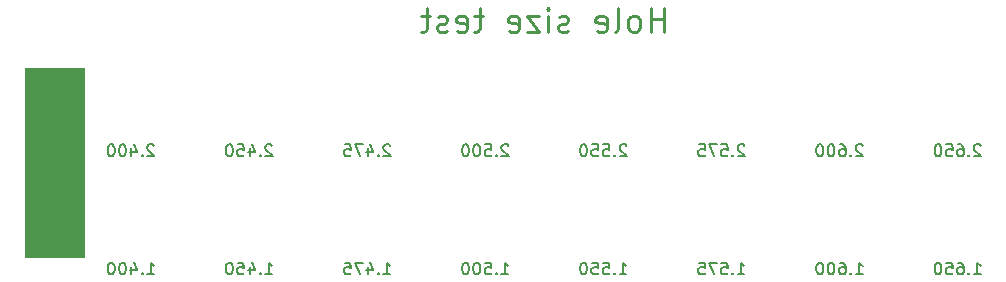
<source format=gbo>
G04 #@! TF.GenerationSoftware,KiCad,Pcbnew,5.1.9+dfsg1-1+deb11u1*
G04 #@! TF.CreationDate,2023-07-17T20:14:54+09:00*
G04 #@! TF.ProjectId,hole-size-test,686f6c65-2d73-4697-9a65-2d746573742e,rev?*
G04 #@! TF.SameCoordinates,Original*
G04 #@! TF.FileFunction,Legend,Bot*
G04 #@! TF.FilePolarity,Positive*
%FSLAX46Y46*%
G04 Gerber Fmt 4.6, Leading zero omitted, Abs format (unit mm)*
G04 Created by KiCad (PCBNEW 5.1.9+dfsg1-1+deb11u1) date 2023-07-17 20:14:54*
%MOMM*%
%LPD*%
G01*
G04 APERTURE LIST*
%ADD10C,0.150000*%
%ADD11C,0.250000*%
%ADD12C,0.100000*%
G04 APERTURE END LIST*
D10*
X101380952Y-95452380D02*
X101952380Y-95452380D01*
X101666666Y-95452380D02*
X101666666Y-94452380D01*
X101761904Y-94595238D01*
X101857142Y-94690476D01*
X101952380Y-94738095D01*
X100952380Y-95357142D02*
X100904761Y-95404761D01*
X100952380Y-95452380D01*
X101000000Y-95404761D01*
X100952380Y-95357142D01*
X100952380Y-95452380D01*
X100047619Y-94785714D02*
X100047619Y-95452380D01*
X100285714Y-94404761D02*
X100523809Y-95119047D01*
X99904761Y-95119047D01*
X99619047Y-94452380D02*
X98952380Y-94452380D01*
X99380952Y-95452380D01*
X98095238Y-94452380D02*
X98571428Y-94452380D01*
X98619047Y-94928571D01*
X98571428Y-94880952D01*
X98476190Y-94833333D01*
X98238095Y-94833333D01*
X98142857Y-94880952D01*
X98095238Y-94928571D01*
X98047619Y-95023809D01*
X98047619Y-95261904D01*
X98095238Y-95357142D01*
X98142857Y-95404761D01*
X98238095Y-95452380D01*
X98476190Y-95452380D01*
X98571428Y-95404761D01*
X98619047Y-95357142D01*
X91380952Y-95452380D02*
X91952380Y-95452380D01*
X91666666Y-95452380D02*
X91666666Y-94452380D01*
X91761904Y-94595238D01*
X91857142Y-94690476D01*
X91952380Y-94738095D01*
X90952380Y-95357142D02*
X90904761Y-95404761D01*
X90952380Y-95452380D01*
X91000000Y-95404761D01*
X90952380Y-95357142D01*
X90952380Y-95452380D01*
X90047619Y-94785714D02*
X90047619Y-95452380D01*
X90285714Y-94404761D02*
X90523809Y-95119047D01*
X89904761Y-95119047D01*
X89047619Y-94452380D02*
X89523809Y-94452380D01*
X89571428Y-94928571D01*
X89523809Y-94880952D01*
X89428571Y-94833333D01*
X89190476Y-94833333D01*
X89095238Y-94880952D01*
X89047619Y-94928571D01*
X89000000Y-95023809D01*
X89000000Y-95261904D01*
X89047619Y-95357142D01*
X89095238Y-95404761D01*
X89190476Y-95452380D01*
X89428571Y-95452380D01*
X89523809Y-95404761D01*
X89571428Y-95357142D01*
X88380952Y-94452380D02*
X88285714Y-94452380D01*
X88190476Y-94500000D01*
X88142857Y-94547619D01*
X88095238Y-94642857D01*
X88047619Y-94833333D01*
X88047619Y-95071428D01*
X88095238Y-95261904D01*
X88142857Y-95357142D01*
X88190476Y-95404761D01*
X88285714Y-95452380D01*
X88380952Y-95452380D01*
X88476190Y-95404761D01*
X88523809Y-95357142D01*
X88571428Y-95261904D01*
X88619047Y-95071428D01*
X88619047Y-94833333D01*
X88571428Y-94642857D01*
X88523809Y-94547619D01*
X88476190Y-94500000D01*
X88380952Y-94452380D01*
X81380952Y-95452380D02*
X81952380Y-95452380D01*
X81666666Y-95452380D02*
X81666666Y-94452380D01*
X81761904Y-94595238D01*
X81857142Y-94690476D01*
X81952380Y-94738095D01*
X80952380Y-95357142D02*
X80904761Y-95404761D01*
X80952380Y-95452380D01*
X81000000Y-95404761D01*
X80952380Y-95357142D01*
X80952380Y-95452380D01*
X80047619Y-94785714D02*
X80047619Y-95452380D01*
X80285714Y-94404761D02*
X80523809Y-95119047D01*
X79904761Y-95119047D01*
X79333333Y-94452380D02*
X79238095Y-94452380D01*
X79142857Y-94500000D01*
X79095238Y-94547619D01*
X79047619Y-94642857D01*
X79000000Y-94833333D01*
X79000000Y-95071428D01*
X79047619Y-95261904D01*
X79095238Y-95357142D01*
X79142857Y-95404761D01*
X79238095Y-95452380D01*
X79333333Y-95452380D01*
X79428571Y-95404761D01*
X79476190Y-95357142D01*
X79523809Y-95261904D01*
X79571428Y-95071428D01*
X79571428Y-94833333D01*
X79523809Y-94642857D01*
X79476190Y-94547619D01*
X79428571Y-94500000D01*
X79333333Y-94452380D01*
X78380952Y-94452380D02*
X78285714Y-94452380D01*
X78190476Y-94500000D01*
X78142857Y-94547619D01*
X78095238Y-94642857D01*
X78047619Y-94833333D01*
X78047619Y-95071428D01*
X78095238Y-95261904D01*
X78142857Y-95357142D01*
X78190476Y-95404761D01*
X78285714Y-95452380D01*
X78380952Y-95452380D01*
X78476190Y-95404761D01*
X78523809Y-95357142D01*
X78571428Y-95261904D01*
X78619047Y-95071428D01*
X78619047Y-94833333D01*
X78571428Y-94642857D01*
X78523809Y-94547619D01*
X78476190Y-94500000D01*
X78380952Y-94452380D01*
X141380952Y-95452380D02*
X141952380Y-95452380D01*
X141666666Y-95452380D02*
X141666666Y-94452380D01*
X141761904Y-94595238D01*
X141857142Y-94690476D01*
X141952380Y-94738095D01*
X140952380Y-95357142D02*
X140904761Y-95404761D01*
X140952380Y-95452380D01*
X141000000Y-95404761D01*
X140952380Y-95357142D01*
X140952380Y-95452380D01*
X140047619Y-94452380D02*
X140238095Y-94452380D01*
X140333333Y-94500000D01*
X140380952Y-94547619D01*
X140476190Y-94690476D01*
X140523809Y-94880952D01*
X140523809Y-95261904D01*
X140476190Y-95357142D01*
X140428571Y-95404761D01*
X140333333Y-95452380D01*
X140142857Y-95452380D01*
X140047619Y-95404761D01*
X140000000Y-95357142D01*
X139952380Y-95261904D01*
X139952380Y-95023809D01*
X140000000Y-94928571D01*
X140047619Y-94880952D01*
X140142857Y-94833333D01*
X140333333Y-94833333D01*
X140428571Y-94880952D01*
X140476190Y-94928571D01*
X140523809Y-95023809D01*
X139333333Y-94452380D02*
X139238095Y-94452380D01*
X139142857Y-94500000D01*
X139095238Y-94547619D01*
X139047619Y-94642857D01*
X139000000Y-94833333D01*
X139000000Y-95071428D01*
X139047619Y-95261904D01*
X139095238Y-95357142D01*
X139142857Y-95404761D01*
X139238095Y-95452380D01*
X139333333Y-95452380D01*
X139428571Y-95404761D01*
X139476190Y-95357142D01*
X139523809Y-95261904D01*
X139571428Y-95071428D01*
X139571428Y-94833333D01*
X139523809Y-94642857D01*
X139476190Y-94547619D01*
X139428571Y-94500000D01*
X139333333Y-94452380D01*
X138380952Y-94452380D02*
X138285714Y-94452380D01*
X138190476Y-94500000D01*
X138142857Y-94547619D01*
X138095238Y-94642857D01*
X138047619Y-94833333D01*
X138047619Y-95071428D01*
X138095238Y-95261904D01*
X138142857Y-95357142D01*
X138190476Y-95404761D01*
X138285714Y-95452380D01*
X138380952Y-95452380D01*
X138476190Y-95404761D01*
X138523809Y-95357142D01*
X138571428Y-95261904D01*
X138619047Y-95071428D01*
X138619047Y-94833333D01*
X138571428Y-94642857D01*
X138523809Y-94547619D01*
X138476190Y-94500000D01*
X138380952Y-94452380D01*
X131380952Y-95452380D02*
X131952380Y-95452380D01*
X131666666Y-95452380D02*
X131666666Y-94452380D01*
X131761904Y-94595238D01*
X131857142Y-94690476D01*
X131952380Y-94738095D01*
X130952380Y-95357142D02*
X130904761Y-95404761D01*
X130952380Y-95452380D01*
X131000000Y-95404761D01*
X130952380Y-95357142D01*
X130952380Y-95452380D01*
X130000000Y-94452380D02*
X130476190Y-94452380D01*
X130523809Y-94928571D01*
X130476190Y-94880952D01*
X130380952Y-94833333D01*
X130142857Y-94833333D01*
X130047619Y-94880952D01*
X130000000Y-94928571D01*
X129952380Y-95023809D01*
X129952380Y-95261904D01*
X130000000Y-95357142D01*
X130047619Y-95404761D01*
X130142857Y-95452380D01*
X130380952Y-95452380D01*
X130476190Y-95404761D01*
X130523809Y-95357142D01*
X129619047Y-94452380D02*
X128952380Y-94452380D01*
X129380952Y-95452380D01*
X128095238Y-94452380D02*
X128571428Y-94452380D01*
X128619047Y-94928571D01*
X128571428Y-94880952D01*
X128476190Y-94833333D01*
X128238095Y-94833333D01*
X128142857Y-94880952D01*
X128095238Y-94928571D01*
X128047619Y-95023809D01*
X128047619Y-95261904D01*
X128095238Y-95357142D01*
X128142857Y-95404761D01*
X128238095Y-95452380D01*
X128476190Y-95452380D01*
X128571428Y-95404761D01*
X128619047Y-95357142D01*
X121380952Y-95452380D02*
X121952380Y-95452380D01*
X121666666Y-95452380D02*
X121666666Y-94452380D01*
X121761904Y-94595238D01*
X121857142Y-94690476D01*
X121952380Y-94738095D01*
X120952380Y-95357142D02*
X120904761Y-95404761D01*
X120952380Y-95452380D01*
X121000000Y-95404761D01*
X120952380Y-95357142D01*
X120952380Y-95452380D01*
X120000000Y-94452380D02*
X120476190Y-94452380D01*
X120523809Y-94928571D01*
X120476190Y-94880952D01*
X120380952Y-94833333D01*
X120142857Y-94833333D01*
X120047619Y-94880952D01*
X120000000Y-94928571D01*
X119952380Y-95023809D01*
X119952380Y-95261904D01*
X120000000Y-95357142D01*
X120047619Y-95404761D01*
X120142857Y-95452380D01*
X120380952Y-95452380D01*
X120476190Y-95404761D01*
X120523809Y-95357142D01*
X119047619Y-94452380D02*
X119523809Y-94452380D01*
X119571428Y-94928571D01*
X119523809Y-94880952D01*
X119428571Y-94833333D01*
X119190476Y-94833333D01*
X119095238Y-94880952D01*
X119047619Y-94928571D01*
X119000000Y-95023809D01*
X119000000Y-95261904D01*
X119047619Y-95357142D01*
X119095238Y-95404761D01*
X119190476Y-95452380D01*
X119428571Y-95452380D01*
X119523809Y-95404761D01*
X119571428Y-95357142D01*
X118380952Y-94452380D02*
X118285714Y-94452380D01*
X118190476Y-94500000D01*
X118142857Y-94547619D01*
X118095238Y-94642857D01*
X118047619Y-94833333D01*
X118047619Y-95071428D01*
X118095238Y-95261904D01*
X118142857Y-95357142D01*
X118190476Y-95404761D01*
X118285714Y-95452380D01*
X118380952Y-95452380D01*
X118476190Y-95404761D01*
X118523809Y-95357142D01*
X118571428Y-95261904D01*
X118619047Y-95071428D01*
X118619047Y-94833333D01*
X118571428Y-94642857D01*
X118523809Y-94547619D01*
X118476190Y-94500000D01*
X118380952Y-94452380D01*
X111380952Y-95452380D02*
X111952380Y-95452380D01*
X111666666Y-95452380D02*
X111666666Y-94452380D01*
X111761904Y-94595238D01*
X111857142Y-94690476D01*
X111952380Y-94738095D01*
X110952380Y-95357142D02*
X110904761Y-95404761D01*
X110952380Y-95452380D01*
X111000000Y-95404761D01*
X110952380Y-95357142D01*
X110952380Y-95452380D01*
X110000000Y-94452380D02*
X110476190Y-94452380D01*
X110523809Y-94928571D01*
X110476190Y-94880952D01*
X110380952Y-94833333D01*
X110142857Y-94833333D01*
X110047619Y-94880952D01*
X110000000Y-94928571D01*
X109952380Y-95023809D01*
X109952380Y-95261904D01*
X110000000Y-95357142D01*
X110047619Y-95404761D01*
X110142857Y-95452380D01*
X110380952Y-95452380D01*
X110476190Y-95404761D01*
X110523809Y-95357142D01*
X109333333Y-94452380D02*
X109238095Y-94452380D01*
X109142857Y-94500000D01*
X109095238Y-94547619D01*
X109047619Y-94642857D01*
X109000000Y-94833333D01*
X109000000Y-95071428D01*
X109047619Y-95261904D01*
X109095238Y-95357142D01*
X109142857Y-95404761D01*
X109238095Y-95452380D01*
X109333333Y-95452380D01*
X109428571Y-95404761D01*
X109476190Y-95357142D01*
X109523809Y-95261904D01*
X109571428Y-95071428D01*
X109571428Y-94833333D01*
X109523809Y-94642857D01*
X109476190Y-94547619D01*
X109428571Y-94500000D01*
X109333333Y-94452380D01*
X108380952Y-94452380D02*
X108285714Y-94452380D01*
X108190476Y-94500000D01*
X108142857Y-94547619D01*
X108095238Y-94642857D01*
X108047619Y-94833333D01*
X108047619Y-95071428D01*
X108095238Y-95261904D01*
X108142857Y-95357142D01*
X108190476Y-95404761D01*
X108285714Y-95452380D01*
X108380952Y-95452380D01*
X108476190Y-95404761D01*
X108523809Y-95357142D01*
X108571428Y-95261904D01*
X108619047Y-95071428D01*
X108619047Y-94833333D01*
X108571428Y-94642857D01*
X108523809Y-94547619D01*
X108476190Y-94500000D01*
X108380952Y-94452380D01*
X141952380Y-84547619D02*
X141904761Y-84500000D01*
X141809523Y-84452380D01*
X141571428Y-84452380D01*
X141476190Y-84500000D01*
X141428571Y-84547619D01*
X141380952Y-84642857D01*
X141380952Y-84738095D01*
X141428571Y-84880952D01*
X142000000Y-85452380D01*
X141380952Y-85452380D01*
X140952380Y-85357142D02*
X140904761Y-85404761D01*
X140952380Y-85452380D01*
X141000000Y-85404761D01*
X140952380Y-85357142D01*
X140952380Y-85452380D01*
X140047619Y-84452380D02*
X140238095Y-84452380D01*
X140333333Y-84500000D01*
X140380952Y-84547619D01*
X140476190Y-84690476D01*
X140523809Y-84880952D01*
X140523809Y-85261904D01*
X140476190Y-85357142D01*
X140428571Y-85404761D01*
X140333333Y-85452380D01*
X140142857Y-85452380D01*
X140047619Y-85404761D01*
X140000000Y-85357142D01*
X139952380Y-85261904D01*
X139952380Y-85023809D01*
X140000000Y-84928571D01*
X140047619Y-84880952D01*
X140142857Y-84833333D01*
X140333333Y-84833333D01*
X140428571Y-84880952D01*
X140476190Y-84928571D01*
X140523809Y-85023809D01*
X139333333Y-84452380D02*
X139238095Y-84452380D01*
X139142857Y-84500000D01*
X139095238Y-84547619D01*
X139047619Y-84642857D01*
X139000000Y-84833333D01*
X139000000Y-85071428D01*
X139047619Y-85261904D01*
X139095238Y-85357142D01*
X139142857Y-85404761D01*
X139238095Y-85452380D01*
X139333333Y-85452380D01*
X139428571Y-85404761D01*
X139476190Y-85357142D01*
X139523809Y-85261904D01*
X139571428Y-85071428D01*
X139571428Y-84833333D01*
X139523809Y-84642857D01*
X139476190Y-84547619D01*
X139428571Y-84500000D01*
X139333333Y-84452380D01*
X138380952Y-84452380D02*
X138285714Y-84452380D01*
X138190476Y-84500000D01*
X138142857Y-84547619D01*
X138095238Y-84642857D01*
X138047619Y-84833333D01*
X138047619Y-85071428D01*
X138095238Y-85261904D01*
X138142857Y-85357142D01*
X138190476Y-85404761D01*
X138285714Y-85452380D01*
X138380952Y-85452380D01*
X138476190Y-85404761D01*
X138523809Y-85357142D01*
X138571428Y-85261904D01*
X138619047Y-85071428D01*
X138619047Y-84833333D01*
X138571428Y-84642857D01*
X138523809Y-84547619D01*
X138476190Y-84500000D01*
X138380952Y-84452380D01*
X131952380Y-84547619D02*
X131904761Y-84500000D01*
X131809523Y-84452380D01*
X131571428Y-84452380D01*
X131476190Y-84500000D01*
X131428571Y-84547619D01*
X131380952Y-84642857D01*
X131380952Y-84738095D01*
X131428571Y-84880952D01*
X132000000Y-85452380D01*
X131380952Y-85452380D01*
X130952380Y-85357142D02*
X130904761Y-85404761D01*
X130952380Y-85452380D01*
X131000000Y-85404761D01*
X130952380Y-85357142D01*
X130952380Y-85452380D01*
X130000000Y-84452380D02*
X130476190Y-84452380D01*
X130523809Y-84928571D01*
X130476190Y-84880952D01*
X130380952Y-84833333D01*
X130142857Y-84833333D01*
X130047619Y-84880952D01*
X130000000Y-84928571D01*
X129952380Y-85023809D01*
X129952380Y-85261904D01*
X130000000Y-85357142D01*
X130047619Y-85404761D01*
X130142857Y-85452380D01*
X130380952Y-85452380D01*
X130476190Y-85404761D01*
X130523809Y-85357142D01*
X129619047Y-84452380D02*
X128952380Y-84452380D01*
X129380952Y-85452380D01*
X128095238Y-84452380D02*
X128571428Y-84452380D01*
X128619047Y-84928571D01*
X128571428Y-84880952D01*
X128476190Y-84833333D01*
X128238095Y-84833333D01*
X128142857Y-84880952D01*
X128095238Y-84928571D01*
X128047619Y-85023809D01*
X128047619Y-85261904D01*
X128095238Y-85357142D01*
X128142857Y-85404761D01*
X128238095Y-85452380D01*
X128476190Y-85452380D01*
X128571428Y-85404761D01*
X128619047Y-85357142D01*
X121952380Y-84547619D02*
X121904761Y-84500000D01*
X121809523Y-84452380D01*
X121571428Y-84452380D01*
X121476190Y-84500000D01*
X121428571Y-84547619D01*
X121380952Y-84642857D01*
X121380952Y-84738095D01*
X121428571Y-84880952D01*
X122000000Y-85452380D01*
X121380952Y-85452380D01*
X120952380Y-85357142D02*
X120904761Y-85404761D01*
X120952380Y-85452380D01*
X121000000Y-85404761D01*
X120952380Y-85357142D01*
X120952380Y-85452380D01*
X120000000Y-84452380D02*
X120476190Y-84452380D01*
X120523809Y-84928571D01*
X120476190Y-84880952D01*
X120380952Y-84833333D01*
X120142857Y-84833333D01*
X120047619Y-84880952D01*
X120000000Y-84928571D01*
X119952380Y-85023809D01*
X119952380Y-85261904D01*
X120000000Y-85357142D01*
X120047619Y-85404761D01*
X120142857Y-85452380D01*
X120380952Y-85452380D01*
X120476190Y-85404761D01*
X120523809Y-85357142D01*
X119047619Y-84452380D02*
X119523809Y-84452380D01*
X119571428Y-84928571D01*
X119523809Y-84880952D01*
X119428571Y-84833333D01*
X119190476Y-84833333D01*
X119095238Y-84880952D01*
X119047619Y-84928571D01*
X119000000Y-85023809D01*
X119000000Y-85261904D01*
X119047619Y-85357142D01*
X119095238Y-85404761D01*
X119190476Y-85452380D01*
X119428571Y-85452380D01*
X119523809Y-85404761D01*
X119571428Y-85357142D01*
X118380952Y-84452380D02*
X118285714Y-84452380D01*
X118190476Y-84500000D01*
X118142857Y-84547619D01*
X118095238Y-84642857D01*
X118047619Y-84833333D01*
X118047619Y-85071428D01*
X118095238Y-85261904D01*
X118142857Y-85357142D01*
X118190476Y-85404761D01*
X118285714Y-85452380D01*
X118380952Y-85452380D01*
X118476190Y-85404761D01*
X118523809Y-85357142D01*
X118571428Y-85261904D01*
X118619047Y-85071428D01*
X118619047Y-84833333D01*
X118571428Y-84642857D01*
X118523809Y-84547619D01*
X118476190Y-84500000D01*
X118380952Y-84452380D01*
X111952380Y-84547619D02*
X111904761Y-84500000D01*
X111809523Y-84452380D01*
X111571428Y-84452380D01*
X111476190Y-84500000D01*
X111428571Y-84547619D01*
X111380952Y-84642857D01*
X111380952Y-84738095D01*
X111428571Y-84880952D01*
X112000000Y-85452380D01*
X111380952Y-85452380D01*
X110952380Y-85357142D02*
X110904761Y-85404761D01*
X110952380Y-85452380D01*
X111000000Y-85404761D01*
X110952380Y-85357142D01*
X110952380Y-85452380D01*
X110000000Y-84452380D02*
X110476190Y-84452380D01*
X110523809Y-84928571D01*
X110476190Y-84880952D01*
X110380952Y-84833333D01*
X110142857Y-84833333D01*
X110047619Y-84880952D01*
X110000000Y-84928571D01*
X109952380Y-85023809D01*
X109952380Y-85261904D01*
X110000000Y-85357142D01*
X110047619Y-85404761D01*
X110142857Y-85452380D01*
X110380952Y-85452380D01*
X110476190Y-85404761D01*
X110523809Y-85357142D01*
X109333333Y-84452380D02*
X109238095Y-84452380D01*
X109142857Y-84500000D01*
X109095238Y-84547619D01*
X109047619Y-84642857D01*
X109000000Y-84833333D01*
X109000000Y-85071428D01*
X109047619Y-85261904D01*
X109095238Y-85357142D01*
X109142857Y-85404761D01*
X109238095Y-85452380D01*
X109333333Y-85452380D01*
X109428571Y-85404761D01*
X109476190Y-85357142D01*
X109523809Y-85261904D01*
X109571428Y-85071428D01*
X109571428Y-84833333D01*
X109523809Y-84642857D01*
X109476190Y-84547619D01*
X109428571Y-84500000D01*
X109333333Y-84452380D01*
X108380952Y-84452380D02*
X108285714Y-84452380D01*
X108190476Y-84500000D01*
X108142857Y-84547619D01*
X108095238Y-84642857D01*
X108047619Y-84833333D01*
X108047619Y-85071428D01*
X108095238Y-85261904D01*
X108142857Y-85357142D01*
X108190476Y-85404761D01*
X108285714Y-85452380D01*
X108380952Y-85452380D01*
X108476190Y-85404761D01*
X108523809Y-85357142D01*
X108571428Y-85261904D01*
X108619047Y-85071428D01*
X108619047Y-84833333D01*
X108571428Y-84642857D01*
X108523809Y-84547619D01*
X108476190Y-84500000D01*
X108380952Y-84452380D01*
X101952380Y-84547619D02*
X101904761Y-84500000D01*
X101809523Y-84452380D01*
X101571428Y-84452380D01*
X101476190Y-84500000D01*
X101428571Y-84547619D01*
X101380952Y-84642857D01*
X101380952Y-84738095D01*
X101428571Y-84880952D01*
X102000000Y-85452380D01*
X101380952Y-85452380D01*
X100952380Y-85357142D02*
X100904761Y-85404761D01*
X100952380Y-85452380D01*
X101000000Y-85404761D01*
X100952380Y-85357142D01*
X100952380Y-85452380D01*
X100047619Y-84785714D02*
X100047619Y-85452380D01*
X100285714Y-84404761D02*
X100523809Y-85119047D01*
X99904761Y-85119047D01*
X99619047Y-84452380D02*
X98952380Y-84452380D01*
X99380952Y-85452380D01*
X98095238Y-84452380D02*
X98571428Y-84452380D01*
X98619047Y-84928571D01*
X98571428Y-84880952D01*
X98476190Y-84833333D01*
X98238095Y-84833333D01*
X98142857Y-84880952D01*
X98095238Y-84928571D01*
X98047619Y-85023809D01*
X98047619Y-85261904D01*
X98095238Y-85357142D01*
X98142857Y-85404761D01*
X98238095Y-85452380D01*
X98476190Y-85452380D01*
X98571428Y-85404761D01*
X98619047Y-85357142D01*
X91952380Y-84547619D02*
X91904761Y-84500000D01*
X91809523Y-84452380D01*
X91571428Y-84452380D01*
X91476190Y-84500000D01*
X91428571Y-84547619D01*
X91380952Y-84642857D01*
X91380952Y-84738095D01*
X91428571Y-84880952D01*
X92000000Y-85452380D01*
X91380952Y-85452380D01*
X90952380Y-85357142D02*
X90904761Y-85404761D01*
X90952380Y-85452380D01*
X91000000Y-85404761D01*
X90952380Y-85357142D01*
X90952380Y-85452380D01*
X90047619Y-84785714D02*
X90047619Y-85452380D01*
X90285714Y-84404761D02*
X90523809Y-85119047D01*
X89904761Y-85119047D01*
X89047619Y-84452380D02*
X89523809Y-84452380D01*
X89571428Y-84928571D01*
X89523809Y-84880952D01*
X89428571Y-84833333D01*
X89190476Y-84833333D01*
X89095238Y-84880952D01*
X89047619Y-84928571D01*
X89000000Y-85023809D01*
X89000000Y-85261904D01*
X89047619Y-85357142D01*
X89095238Y-85404761D01*
X89190476Y-85452380D01*
X89428571Y-85452380D01*
X89523809Y-85404761D01*
X89571428Y-85357142D01*
X88380952Y-84452380D02*
X88285714Y-84452380D01*
X88190476Y-84500000D01*
X88142857Y-84547619D01*
X88095238Y-84642857D01*
X88047619Y-84833333D01*
X88047619Y-85071428D01*
X88095238Y-85261904D01*
X88142857Y-85357142D01*
X88190476Y-85404761D01*
X88285714Y-85452380D01*
X88380952Y-85452380D01*
X88476190Y-85404761D01*
X88523809Y-85357142D01*
X88571428Y-85261904D01*
X88619047Y-85071428D01*
X88619047Y-84833333D01*
X88571428Y-84642857D01*
X88523809Y-84547619D01*
X88476190Y-84500000D01*
X88380952Y-84452380D01*
X81952380Y-84547619D02*
X81904761Y-84500000D01*
X81809523Y-84452380D01*
X81571428Y-84452380D01*
X81476190Y-84500000D01*
X81428571Y-84547619D01*
X81380952Y-84642857D01*
X81380952Y-84738095D01*
X81428571Y-84880952D01*
X82000000Y-85452380D01*
X81380952Y-85452380D01*
X80952380Y-85357142D02*
X80904761Y-85404761D01*
X80952380Y-85452380D01*
X81000000Y-85404761D01*
X80952380Y-85357142D01*
X80952380Y-85452380D01*
X80047619Y-84785714D02*
X80047619Y-85452380D01*
X80285714Y-84404761D02*
X80523809Y-85119047D01*
X79904761Y-85119047D01*
X79333333Y-84452380D02*
X79238095Y-84452380D01*
X79142857Y-84500000D01*
X79095238Y-84547619D01*
X79047619Y-84642857D01*
X79000000Y-84833333D01*
X79000000Y-85071428D01*
X79047619Y-85261904D01*
X79095238Y-85357142D01*
X79142857Y-85404761D01*
X79238095Y-85452380D01*
X79333333Y-85452380D01*
X79428571Y-85404761D01*
X79476190Y-85357142D01*
X79523809Y-85261904D01*
X79571428Y-85071428D01*
X79571428Y-84833333D01*
X79523809Y-84642857D01*
X79476190Y-84547619D01*
X79428571Y-84500000D01*
X79333333Y-84452380D01*
X78380952Y-84452380D02*
X78285714Y-84452380D01*
X78190476Y-84500000D01*
X78142857Y-84547619D01*
X78095238Y-84642857D01*
X78047619Y-84833333D01*
X78047619Y-85071428D01*
X78095238Y-85261904D01*
X78142857Y-85357142D01*
X78190476Y-85404761D01*
X78285714Y-85452380D01*
X78380952Y-85452380D01*
X78476190Y-85404761D01*
X78523809Y-85357142D01*
X78571428Y-85261904D01*
X78619047Y-85071428D01*
X78619047Y-84833333D01*
X78571428Y-84642857D01*
X78523809Y-84547619D01*
X78476190Y-84500000D01*
X78380952Y-84452380D01*
X151380952Y-95452380D02*
X151952380Y-95452380D01*
X151666666Y-95452380D02*
X151666666Y-94452380D01*
X151761904Y-94595238D01*
X151857142Y-94690476D01*
X151952380Y-94738095D01*
X150952380Y-95357142D02*
X150904761Y-95404761D01*
X150952380Y-95452380D01*
X151000000Y-95404761D01*
X150952380Y-95357142D01*
X150952380Y-95452380D01*
X150047619Y-94452380D02*
X150238095Y-94452380D01*
X150333333Y-94500000D01*
X150380952Y-94547619D01*
X150476190Y-94690476D01*
X150523809Y-94880952D01*
X150523809Y-95261904D01*
X150476190Y-95357142D01*
X150428571Y-95404761D01*
X150333333Y-95452380D01*
X150142857Y-95452380D01*
X150047619Y-95404761D01*
X150000000Y-95357142D01*
X149952380Y-95261904D01*
X149952380Y-95023809D01*
X150000000Y-94928571D01*
X150047619Y-94880952D01*
X150142857Y-94833333D01*
X150333333Y-94833333D01*
X150428571Y-94880952D01*
X150476190Y-94928571D01*
X150523809Y-95023809D01*
X149047619Y-94452380D02*
X149523809Y-94452380D01*
X149571428Y-94928571D01*
X149523809Y-94880952D01*
X149428571Y-94833333D01*
X149190476Y-94833333D01*
X149095238Y-94880952D01*
X149047619Y-94928571D01*
X149000000Y-95023809D01*
X149000000Y-95261904D01*
X149047619Y-95357142D01*
X149095238Y-95404761D01*
X149190476Y-95452380D01*
X149428571Y-95452380D01*
X149523809Y-95404761D01*
X149571428Y-95357142D01*
X148380952Y-94452380D02*
X148285714Y-94452380D01*
X148190476Y-94500000D01*
X148142857Y-94547619D01*
X148095238Y-94642857D01*
X148047619Y-94833333D01*
X148047619Y-95071428D01*
X148095238Y-95261904D01*
X148142857Y-95357142D01*
X148190476Y-95404761D01*
X148285714Y-95452380D01*
X148380952Y-95452380D01*
X148476190Y-95404761D01*
X148523809Y-95357142D01*
X148571428Y-95261904D01*
X148619047Y-95071428D01*
X148619047Y-94833333D01*
X148571428Y-94642857D01*
X148523809Y-94547619D01*
X148476190Y-94500000D01*
X148380952Y-94452380D01*
D11*
X125142857Y-74904761D02*
X125142857Y-72904761D01*
X125142857Y-73857142D02*
X124000000Y-73857142D01*
X124000000Y-74904761D02*
X124000000Y-72904761D01*
X122761904Y-74904761D02*
X122952380Y-74809523D01*
X123047619Y-74714285D01*
X123142857Y-74523809D01*
X123142857Y-73952380D01*
X123047619Y-73761904D01*
X122952380Y-73666666D01*
X122761904Y-73571428D01*
X122476190Y-73571428D01*
X122285714Y-73666666D01*
X122190476Y-73761904D01*
X122095238Y-73952380D01*
X122095238Y-74523809D01*
X122190476Y-74714285D01*
X122285714Y-74809523D01*
X122476190Y-74904761D01*
X122761904Y-74904761D01*
X120952380Y-74904761D02*
X121142857Y-74809523D01*
X121238095Y-74619047D01*
X121238095Y-72904761D01*
X119428571Y-74809523D02*
X119619047Y-74904761D01*
X120000000Y-74904761D01*
X120190476Y-74809523D01*
X120285714Y-74619047D01*
X120285714Y-73857142D01*
X120190476Y-73666666D01*
X120000000Y-73571428D01*
X119619047Y-73571428D01*
X119428571Y-73666666D01*
X119333333Y-73857142D01*
X119333333Y-74047619D01*
X120285714Y-74238095D01*
X117047619Y-74809523D02*
X116857142Y-74904761D01*
X116476190Y-74904761D01*
X116285714Y-74809523D01*
X116190476Y-74619047D01*
X116190476Y-74523809D01*
X116285714Y-74333333D01*
X116476190Y-74238095D01*
X116761904Y-74238095D01*
X116952380Y-74142857D01*
X117047619Y-73952380D01*
X117047619Y-73857142D01*
X116952380Y-73666666D01*
X116761904Y-73571428D01*
X116476190Y-73571428D01*
X116285714Y-73666666D01*
X115333333Y-74904761D02*
X115333333Y-73571428D01*
X115333333Y-72904761D02*
X115428571Y-73000000D01*
X115333333Y-73095238D01*
X115238095Y-73000000D01*
X115333333Y-72904761D01*
X115333333Y-73095238D01*
X114571428Y-73571428D02*
X113523809Y-73571428D01*
X114571428Y-74904761D01*
X113523809Y-74904761D01*
X112000000Y-74809523D02*
X112190476Y-74904761D01*
X112571428Y-74904761D01*
X112761904Y-74809523D01*
X112857142Y-74619047D01*
X112857142Y-73857142D01*
X112761904Y-73666666D01*
X112571428Y-73571428D01*
X112190476Y-73571428D01*
X112000000Y-73666666D01*
X111904761Y-73857142D01*
X111904761Y-74047619D01*
X112857142Y-74238095D01*
X109809523Y-73571428D02*
X109047619Y-73571428D01*
X109523809Y-72904761D02*
X109523809Y-74619047D01*
X109428571Y-74809523D01*
X109238095Y-74904761D01*
X109047619Y-74904761D01*
X107619047Y-74809523D02*
X107809523Y-74904761D01*
X108190476Y-74904761D01*
X108380952Y-74809523D01*
X108476190Y-74619047D01*
X108476190Y-73857142D01*
X108380952Y-73666666D01*
X108190476Y-73571428D01*
X107809523Y-73571428D01*
X107619047Y-73666666D01*
X107523809Y-73857142D01*
X107523809Y-74047619D01*
X108476190Y-74238095D01*
X106761904Y-74809523D02*
X106571428Y-74904761D01*
X106190476Y-74904761D01*
X106000000Y-74809523D01*
X105904761Y-74619047D01*
X105904761Y-74523809D01*
X106000000Y-74333333D01*
X106190476Y-74238095D01*
X106476190Y-74238095D01*
X106666666Y-74142857D01*
X106761904Y-73952380D01*
X106761904Y-73857142D01*
X106666666Y-73666666D01*
X106476190Y-73571428D01*
X106190476Y-73571428D01*
X106000000Y-73666666D01*
X105333333Y-73571428D02*
X104571428Y-73571428D01*
X105047619Y-72904761D02*
X105047619Y-74619047D01*
X104952380Y-74809523D01*
X104761904Y-74904761D01*
X104571428Y-74904761D01*
D10*
X151952380Y-84547619D02*
X151904761Y-84500000D01*
X151809523Y-84452380D01*
X151571428Y-84452380D01*
X151476190Y-84500000D01*
X151428571Y-84547619D01*
X151380952Y-84642857D01*
X151380952Y-84738095D01*
X151428571Y-84880952D01*
X152000000Y-85452380D01*
X151380952Y-85452380D01*
X150952380Y-85357142D02*
X150904761Y-85404761D01*
X150952380Y-85452380D01*
X151000000Y-85404761D01*
X150952380Y-85357142D01*
X150952380Y-85452380D01*
X150047619Y-84452380D02*
X150238095Y-84452380D01*
X150333333Y-84500000D01*
X150380952Y-84547619D01*
X150476190Y-84690476D01*
X150523809Y-84880952D01*
X150523809Y-85261904D01*
X150476190Y-85357142D01*
X150428571Y-85404761D01*
X150333333Y-85452380D01*
X150142857Y-85452380D01*
X150047619Y-85404761D01*
X150000000Y-85357142D01*
X149952380Y-85261904D01*
X149952380Y-85023809D01*
X150000000Y-84928571D01*
X150047619Y-84880952D01*
X150142857Y-84833333D01*
X150333333Y-84833333D01*
X150428571Y-84880952D01*
X150476190Y-84928571D01*
X150523809Y-85023809D01*
X149047619Y-84452380D02*
X149523809Y-84452380D01*
X149571428Y-84928571D01*
X149523809Y-84880952D01*
X149428571Y-84833333D01*
X149190476Y-84833333D01*
X149095238Y-84880952D01*
X149047619Y-84928571D01*
X149000000Y-85023809D01*
X149000000Y-85261904D01*
X149047619Y-85357142D01*
X149095238Y-85404761D01*
X149190476Y-85452380D01*
X149428571Y-85452380D01*
X149523809Y-85404761D01*
X149571428Y-85357142D01*
X148380952Y-84452380D02*
X148285714Y-84452380D01*
X148190476Y-84500000D01*
X148142857Y-84547619D01*
X148095238Y-84642857D01*
X148047619Y-84833333D01*
X148047619Y-85071428D01*
X148095238Y-85261904D01*
X148142857Y-85357142D01*
X148190476Y-85404761D01*
X148285714Y-85452380D01*
X148380952Y-85452380D01*
X148476190Y-85404761D01*
X148523809Y-85357142D01*
X148571428Y-85261904D01*
X148619047Y-85071428D01*
X148619047Y-84833333D01*
X148571428Y-84642857D01*
X148523809Y-84547619D01*
X148476190Y-84500000D01*
X148380952Y-84452380D01*
D12*
G36*
X76000000Y-94000000D02*
G01*
X71000000Y-94000000D01*
X71000000Y-78000000D01*
X76000000Y-78000000D01*
X76000000Y-94000000D01*
G37*
X76000000Y-94000000D02*
X71000000Y-94000000D01*
X71000000Y-78000000D01*
X76000000Y-78000000D01*
X76000000Y-94000000D01*
%LPC*%
M02*

</source>
